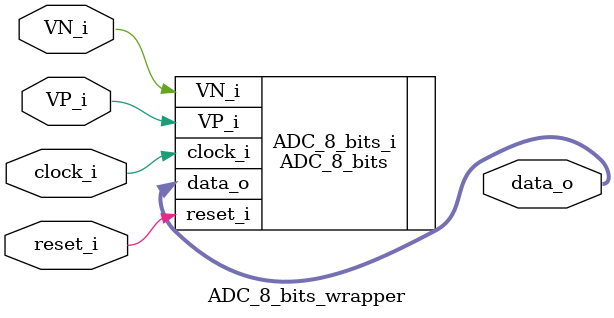
<source format=v>
`timescale 1 ps / 1 ps

module ADC_8_bits_wrapper
   (VN_i,
    VP_i,
    clock_i,
    data_o,
    reset_i);
  input VN_i;
  input VP_i;
  input clock_i;
  output [7:0]data_o;
  input reset_i;

  wire VN_i;
  wire VP_i;
  wire clock_i;
  wire [7:0]data_o;
  wire reset_i;

  ADC_8_bits ADC_8_bits_i
       (.VN_i(VN_i),
        .VP_i(VP_i),
        .clock_i(clock_i),
        .data_o(data_o),
        .reset_i(reset_i));
endmodule

</source>
